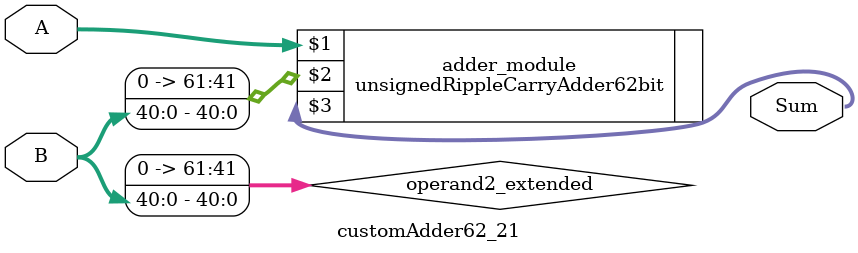
<source format=v>
module customAdder62_21(
                        input [61 : 0] A,
                        input [40 : 0] B,
                        
                        output [62 : 0] Sum
                );

        wire [61 : 0] operand2_extended;
        
        assign operand2_extended =  {21'b0, B};
        
        unsignedRippleCarryAdder62bit adder_module(
            A,
            operand2_extended,
            Sum
        );
        
        endmodule
        
</source>
